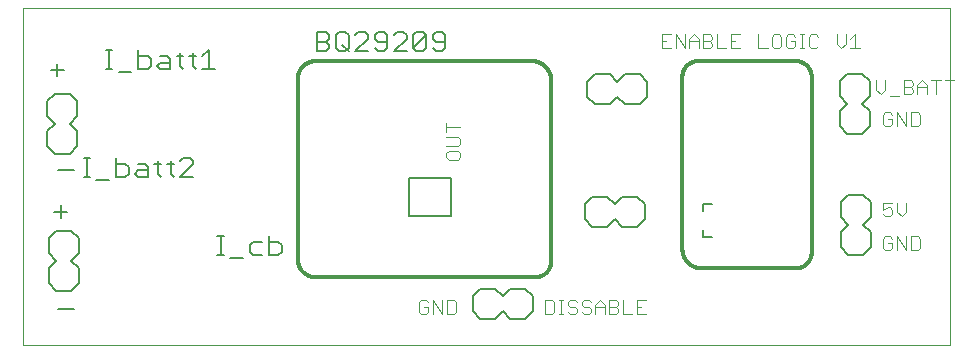
<source format=gto>
G75*
%MOIN*%
%OFA0B0*%
%FSLAX25Y25*%
%IPPOS*%
%LPD*%
%AMOC8*
5,1,8,0,0,1.08239X$1,22.5*
%
%ADD10C,0.01200*%
%ADD11C,0.00600*%
%ADD12C,0.00400*%
%ADD13C,0.00700*%
%ADD14C,0.00000*%
%ADD15C,0.00800*%
%ADD16C,0.00500*%
D10*
X0098335Y0035146D02*
X0098335Y0095383D01*
X0098337Y0095535D01*
X0098343Y0095687D01*
X0098353Y0095839D01*
X0098366Y0095990D01*
X0098384Y0096141D01*
X0098405Y0096292D01*
X0098431Y0096442D01*
X0098460Y0096591D01*
X0098493Y0096740D01*
X0098530Y0096887D01*
X0098570Y0097034D01*
X0098615Y0097179D01*
X0098663Y0097323D01*
X0098715Y0097466D01*
X0098770Y0097608D01*
X0098829Y0097748D01*
X0098892Y0097887D01*
X0098958Y0098024D01*
X0099028Y0098159D01*
X0099101Y0098292D01*
X0099178Y0098423D01*
X0099258Y0098553D01*
X0099341Y0098680D01*
X0099427Y0098805D01*
X0099517Y0098928D01*
X0099610Y0099048D01*
X0099706Y0099166D01*
X0099805Y0099282D01*
X0099907Y0099395D01*
X0100011Y0099505D01*
X0100119Y0099613D01*
X0100229Y0099717D01*
X0100342Y0099819D01*
X0100458Y0099918D01*
X0100576Y0100014D01*
X0100696Y0100107D01*
X0100819Y0100197D01*
X0100944Y0100283D01*
X0101071Y0100366D01*
X0101201Y0100446D01*
X0101332Y0100523D01*
X0101465Y0100596D01*
X0101600Y0100666D01*
X0101737Y0100732D01*
X0101876Y0100795D01*
X0102016Y0100854D01*
X0102158Y0100909D01*
X0102301Y0100961D01*
X0102445Y0101009D01*
X0102590Y0101054D01*
X0102737Y0101094D01*
X0102884Y0101131D01*
X0103033Y0101164D01*
X0103182Y0101193D01*
X0103332Y0101219D01*
X0103483Y0101240D01*
X0103634Y0101258D01*
X0103785Y0101271D01*
X0103937Y0101281D01*
X0104089Y0101287D01*
X0104241Y0101289D01*
X0104241Y0101288D02*
X0175698Y0101288D01*
X0176288Y0101288D02*
X0176447Y0101286D01*
X0176607Y0101280D01*
X0176766Y0101270D01*
X0176925Y0101257D01*
X0177083Y0101239D01*
X0177241Y0101218D01*
X0177399Y0101192D01*
X0177555Y0101163D01*
X0177711Y0101130D01*
X0177866Y0101093D01*
X0178021Y0101053D01*
X0178174Y0101008D01*
X0178326Y0100960D01*
X0178476Y0100908D01*
X0178626Y0100853D01*
X0178774Y0100794D01*
X0178920Y0100731D01*
X0179065Y0100664D01*
X0179209Y0100594D01*
X0179350Y0100521D01*
X0179490Y0100444D01*
X0179628Y0100364D01*
X0179763Y0100280D01*
X0179897Y0100193D01*
X0180028Y0100103D01*
X0180158Y0100010D01*
X0180285Y0099913D01*
X0180409Y0099813D01*
X0180531Y0099711D01*
X0180650Y0099605D01*
X0180767Y0099497D01*
X0180881Y0099385D01*
X0180993Y0099271D01*
X0181101Y0099154D01*
X0181207Y0099035D01*
X0181309Y0098913D01*
X0181409Y0098789D01*
X0181506Y0098662D01*
X0181599Y0098532D01*
X0181689Y0098401D01*
X0181776Y0098267D01*
X0181860Y0098132D01*
X0181940Y0097994D01*
X0182017Y0097854D01*
X0182090Y0097713D01*
X0182160Y0097569D01*
X0182227Y0097424D01*
X0182290Y0097278D01*
X0182349Y0097130D01*
X0182404Y0096980D01*
X0182456Y0096830D01*
X0182504Y0096678D01*
X0182549Y0096525D01*
X0182589Y0096370D01*
X0182626Y0096215D01*
X0182659Y0096059D01*
X0182688Y0095903D01*
X0182714Y0095745D01*
X0182735Y0095587D01*
X0182753Y0095429D01*
X0182766Y0095270D01*
X0182776Y0095111D01*
X0182782Y0094951D01*
X0182784Y0094792D01*
X0182784Y0034556D01*
X0182782Y0034412D01*
X0182776Y0034268D01*
X0182766Y0034125D01*
X0182753Y0033981D01*
X0182735Y0033838D01*
X0182714Y0033696D01*
X0182689Y0033554D01*
X0182660Y0033413D01*
X0182627Y0033273D01*
X0182590Y0033134D01*
X0182550Y0032996D01*
X0182506Y0032859D01*
X0182458Y0032723D01*
X0182407Y0032589D01*
X0182351Y0032456D01*
X0182293Y0032324D01*
X0182231Y0032194D01*
X0182165Y0032066D01*
X0182096Y0031940D01*
X0182023Y0031816D01*
X0181947Y0031694D01*
X0181868Y0031573D01*
X0181786Y0031455D01*
X0181700Y0031339D01*
X0181612Y0031226D01*
X0181520Y0031115D01*
X0181425Y0031007D01*
X0181328Y0030901D01*
X0181227Y0030798D01*
X0181124Y0030697D01*
X0181018Y0030600D01*
X0180910Y0030505D01*
X0180799Y0030413D01*
X0180686Y0030325D01*
X0180570Y0030239D01*
X0180452Y0030157D01*
X0180331Y0030078D01*
X0180209Y0030002D01*
X0180085Y0029929D01*
X0179959Y0029860D01*
X0179831Y0029794D01*
X0179701Y0029732D01*
X0179569Y0029674D01*
X0179436Y0029618D01*
X0179302Y0029567D01*
X0179166Y0029519D01*
X0179029Y0029475D01*
X0178891Y0029435D01*
X0178752Y0029398D01*
X0178612Y0029365D01*
X0178471Y0029336D01*
X0178329Y0029311D01*
X0178187Y0029290D01*
X0178044Y0029272D01*
X0177900Y0029259D01*
X0177757Y0029249D01*
X0177613Y0029243D01*
X0177469Y0029241D01*
X0104241Y0029241D01*
X0104241Y0029240D02*
X0104089Y0029242D01*
X0103937Y0029248D01*
X0103785Y0029258D01*
X0103634Y0029271D01*
X0103483Y0029289D01*
X0103332Y0029310D01*
X0103182Y0029336D01*
X0103033Y0029365D01*
X0102884Y0029398D01*
X0102737Y0029435D01*
X0102590Y0029475D01*
X0102445Y0029520D01*
X0102301Y0029568D01*
X0102158Y0029620D01*
X0102016Y0029675D01*
X0101876Y0029734D01*
X0101737Y0029797D01*
X0101600Y0029863D01*
X0101465Y0029933D01*
X0101332Y0030006D01*
X0101201Y0030083D01*
X0101071Y0030163D01*
X0100944Y0030246D01*
X0100819Y0030332D01*
X0100696Y0030422D01*
X0100576Y0030515D01*
X0100458Y0030611D01*
X0100342Y0030710D01*
X0100229Y0030812D01*
X0100119Y0030916D01*
X0100011Y0031024D01*
X0099907Y0031134D01*
X0099805Y0031247D01*
X0099706Y0031363D01*
X0099610Y0031481D01*
X0099517Y0031601D01*
X0099427Y0031724D01*
X0099341Y0031849D01*
X0099258Y0031976D01*
X0099178Y0032106D01*
X0099101Y0032237D01*
X0099028Y0032370D01*
X0098958Y0032505D01*
X0098892Y0032642D01*
X0098829Y0032781D01*
X0098770Y0032921D01*
X0098715Y0033063D01*
X0098663Y0033206D01*
X0098615Y0033350D01*
X0098570Y0033495D01*
X0098530Y0033642D01*
X0098493Y0033789D01*
X0098460Y0033938D01*
X0098431Y0034087D01*
X0098405Y0034237D01*
X0098384Y0034388D01*
X0098366Y0034539D01*
X0098353Y0034690D01*
X0098343Y0034842D01*
X0098337Y0034994D01*
X0098335Y0035146D01*
X0226485Y0038690D02*
X0226485Y0095973D01*
X0226487Y0096117D01*
X0226493Y0096261D01*
X0226503Y0096404D01*
X0226516Y0096548D01*
X0226534Y0096691D01*
X0226555Y0096833D01*
X0226580Y0096975D01*
X0226609Y0097116D01*
X0226642Y0097256D01*
X0226679Y0097395D01*
X0226719Y0097533D01*
X0226763Y0097670D01*
X0226811Y0097806D01*
X0226862Y0097940D01*
X0226918Y0098073D01*
X0226976Y0098205D01*
X0227038Y0098335D01*
X0227104Y0098463D01*
X0227173Y0098589D01*
X0227246Y0098713D01*
X0227322Y0098835D01*
X0227401Y0098956D01*
X0227483Y0099074D01*
X0227569Y0099190D01*
X0227657Y0099303D01*
X0227749Y0099414D01*
X0227844Y0099522D01*
X0227941Y0099628D01*
X0228042Y0099731D01*
X0228145Y0099832D01*
X0228251Y0099929D01*
X0228359Y0100024D01*
X0228470Y0100116D01*
X0228583Y0100204D01*
X0228699Y0100290D01*
X0228817Y0100372D01*
X0228938Y0100451D01*
X0229060Y0100527D01*
X0229184Y0100600D01*
X0229310Y0100669D01*
X0229438Y0100735D01*
X0229568Y0100797D01*
X0229700Y0100855D01*
X0229833Y0100911D01*
X0229967Y0100962D01*
X0230103Y0101010D01*
X0230240Y0101054D01*
X0230378Y0101094D01*
X0230517Y0101131D01*
X0230657Y0101164D01*
X0230798Y0101193D01*
X0230940Y0101218D01*
X0231082Y0101239D01*
X0231225Y0101257D01*
X0231369Y0101270D01*
X0231512Y0101280D01*
X0231656Y0101286D01*
X0231800Y0101288D01*
X0264280Y0101288D01*
X0264424Y0101286D01*
X0264568Y0101280D01*
X0264711Y0101270D01*
X0264855Y0101257D01*
X0264998Y0101239D01*
X0265140Y0101218D01*
X0265282Y0101193D01*
X0265423Y0101164D01*
X0265563Y0101131D01*
X0265702Y0101094D01*
X0265840Y0101054D01*
X0265977Y0101010D01*
X0266113Y0100962D01*
X0266247Y0100911D01*
X0266380Y0100855D01*
X0266512Y0100797D01*
X0266642Y0100735D01*
X0266770Y0100669D01*
X0266896Y0100600D01*
X0267020Y0100527D01*
X0267142Y0100451D01*
X0267263Y0100372D01*
X0267381Y0100290D01*
X0267497Y0100204D01*
X0267610Y0100116D01*
X0267721Y0100024D01*
X0267829Y0099929D01*
X0267935Y0099832D01*
X0268038Y0099731D01*
X0268139Y0099628D01*
X0268236Y0099522D01*
X0268331Y0099414D01*
X0268423Y0099303D01*
X0268511Y0099190D01*
X0268597Y0099074D01*
X0268679Y0098956D01*
X0268758Y0098835D01*
X0268834Y0098713D01*
X0268907Y0098589D01*
X0268976Y0098463D01*
X0269042Y0098335D01*
X0269104Y0098205D01*
X0269162Y0098073D01*
X0269218Y0097940D01*
X0269269Y0097806D01*
X0269317Y0097670D01*
X0269361Y0097533D01*
X0269401Y0097395D01*
X0269438Y0097256D01*
X0269471Y0097116D01*
X0269500Y0096975D01*
X0269525Y0096833D01*
X0269546Y0096691D01*
X0269564Y0096548D01*
X0269577Y0096404D01*
X0269587Y0096261D01*
X0269593Y0096117D01*
X0269595Y0095973D01*
X0269595Y0037509D01*
X0269593Y0037365D01*
X0269587Y0037221D01*
X0269577Y0037078D01*
X0269564Y0036934D01*
X0269546Y0036791D01*
X0269525Y0036649D01*
X0269500Y0036507D01*
X0269471Y0036366D01*
X0269438Y0036226D01*
X0269401Y0036087D01*
X0269361Y0035949D01*
X0269317Y0035812D01*
X0269269Y0035676D01*
X0269218Y0035542D01*
X0269162Y0035409D01*
X0269104Y0035277D01*
X0269042Y0035147D01*
X0268976Y0035019D01*
X0268907Y0034893D01*
X0268834Y0034769D01*
X0268758Y0034647D01*
X0268679Y0034526D01*
X0268597Y0034408D01*
X0268511Y0034292D01*
X0268423Y0034179D01*
X0268331Y0034068D01*
X0268236Y0033960D01*
X0268139Y0033854D01*
X0268038Y0033751D01*
X0267935Y0033650D01*
X0267829Y0033553D01*
X0267721Y0033458D01*
X0267610Y0033366D01*
X0267497Y0033278D01*
X0267381Y0033192D01*
X0267263Y0033110D01*
X0267142Y0033031D01*
X0267020Y0032955D01*
X0266896Y0032882D01*
X0266770Y0032813D01*
X0266642Y0032747D01*
X0266512Y0032685D01*
X0266380Y0032627D01*
X0266247Y0032571D01*
X0266113Y0032520D01*
X0265977Y0032472D01*
X0265840Y0032428D01*
X0265702Y0032388D01*
X0265563Y0032351D01*
X0265423Y0032318D01*
X0265282Y0032289D01*
X0265140Y0032264D01*
X0264998Y0032243D01*
X0264855Y0032225D01*
X0264711Y0032212D01*
X0264568Y0032202D01*
X0264424Y0032196D01*
X0264280Y0032194D01*
X0232981Y0032194D01*
X0232822Y0032196D01*
X0232662Y0032202D01*
X0232503Y0032212D01*
X0232344Y0032225D01*
X0232186Y0032243D01*
X0232028Y0032264D01*
X0231870Y0032290D01*
X0231714Y0032319D01*
X0231558Y0032352D01*
X0231403Y0032389D01*
X0231248Y0032429D01*
X0231095Y0032474D01*
X0230943Y0032522D01*
X0230793Y0032574D01*
X0230643Y0032629D01*
X0230495Y0032688D01*
X0230349Y0032751D01*
X0230204Y0032818D01*
X0230060Y0032888D01*
X0229919Y0032961D01*
X0229779Y0033038D01*
X0229641Y0033118D01*
X0229506Y0033202D01*
X0229372Y0033289D01*
X0229241Y0033379D01*
X0229111Y0033472D01*
X0228984Y0033569D01*
X0228860Y0033669D01*
X0228738Y0033771D01*
X0228619Y0033877D01*
X0228502Y0033985D01*
X0228388Y0034097D01*
X0228276Y0034211D01*
X0228168Y0034328D01*
X0228062Y0034447D01*
X0227960Y0034569D01*
X0227860Y0034693D01*
X0227763Y0034820D01*
X0227670Y0034950D01*
X0227580Y0035081D01*
X0227493Y0035215D01*
X0227409Y0035350D01*
X0227329Y0035488D01*
X0227252Y0035628D01*
X0227179Y0035769D01*
X0227109Y0035913D01*
X0227042Y0036058D01*
X0226979Y0036204D01*
X0226920Y0036352D01*
X0226865Y0036502D01*
X0226813Y0036652D01*
X0226765Y0036804D01*
X0226720Y0036957D01*
X0226680Y0037112D01*
X0226643Y0037267D01*
X0226610Y0037423D01*
X0226581Y0037579D01*
X0226555Y0037737D01*
X0226534Y0037895D01*
X0226516Y0038053D01*
X0226503Y0038212D01*
X0226493Y0038371D01*
X0226487Y0038531D01*
X0226485Y0038690D01*
D11*
X0147484Y0105609D02*
X0146417Y0104541D01*
X0144281Y0104541D01*
X0143214Y0105609D01*
X0141039Y0105609D02*
X0139971Y0104541D01*
X0137836Y0104541D01*
X0136768Y0105609D01*
X0141039Y0109879D01*
X0141039Y0105609D01*
X0143214Y0108811D02*
X0144281Y0107744D01*
X0147484Y0107744D01*
X0147484Y0105609D02*
X0147484Y0109879D01*
X0146417Y0110946D01*
X0144281Y0110946D01*
X0143214Y0109879D01*
X0143214Y0108811D01*
X0141039Y0109879D02*
X0139971Y0110946D01*
X0137836Y0110946D01*
X0136768Y0109879D01*
X0136768Y0105609D01*
X0134593Y0104541D02*
X0130323Y0104541D01*
X0134593Y0108811D01*
X0134593Y0109879D01*
X0133526Y0110946D01*
X0131391Y0110946D01*
X0130323Y0109879D01*
X0128148Y0109879D02*
X0127080Y0110946D01*
X0124945Y0110946D01*
X0123877Y0109879D01*
X0123877Y0108811D01*
X0124945Y0107744D01*
X0128148Y0107744D01*
X0128148Y0105609D02*
X0128148Y0109879D01*
X0128148Y0105609D02*
X0127080Y0104541D01*
X0124945Y0104541D01*
X0123877Y0105609D01*
X0121702Y0104541D02*
X0117432Y0104541D01*
X0121702Y0108811D01*
X0121702Y0109879D01*
X0120635Y0110946D01*
X0118500Y0110946D01*
X0117432Y0109879D01*
X0115257Y0109879D02*
X0115257Y0105609D01*
X0114189Y0104541D01*
X0112054Y0104541D01*
X0110986Y0105609D01*
X0110986Y0109879D01*
X0112054Y0110946D01*
X0114189Y0110946D01*
X0115257Y0109879D01*
X0113122Y0106676D02*
X0115257Y0104541D01*
X0108811Y0105609D02*
X0107744Y0104541D01*
X0104541Y0104541D01*
X0104541Y0110946D01*
X0107744Y0110946D01*
X0108811Y0109879D01*
X0108811Y0108811D01*
X0107744Y0107744D01*
X0104541Y0107744D01*
X0107744Y0107744D02*
X0108811Y0106676D01*
X0108811Y0105609D01*
X0070763Y0098635D02*
X0066493Y0098635D01*
X0068628Y0098635D02*
X0068628Y0105041D01*
X0066493Y0102906D01*
X0064331Y0102906D02*
X0062196Y0102906D01*
X0063263Y0103973D02*
X0063263Y0099703D01*
X0064331Y0098635D01*
X0060034Y0098635D02*
X0058966Y0099703D01*
X0058966Y0103973D01*
X0057899Y0102906D02*
X0060034Y0102906D01*
X0055724Y0101838D02*
X0055724Y0098635D01*
X0052521Y0098635D01*
X0051453Y0099703D01*
X0052521Y0100771D01*
X0055724Y0100771D01*
X0055724Y0101838D02*
X0054656Y0102906D01*
X0052521Y0102906D01*
X0049278Y0101838D02*
X0048211Y0102906D01*
X0045008Y0102906D01*
X0045008Y0105041D02*
X0045008Y0098635D01*
X0048211Y0098635D01*
X0049278Y0099703D01*
X0049278Y0101838D01*
X0042833Y0097568D02*
X0038562Y0097568D01*
X0036401Y0098635D02*
X0034265Y0098635D01*
X0035333Y0098635D02*
X0035333Y0105041D01*
X0034265Y0105041D02*
X0036401Y0105041D01*
X0020229Y0098295D02*
X0015958Y0098295D01*
X0018093Y0100430D02*
X0018093Y0096160D01*
X0026892Y0069104D02*
X0029027Y0069104D01*
X0027959Y0069104D02*
X0027959Y0062698D01*
X0026892Y0062698D02*
X0029027Y0062698D01*
X0031189Y0061631D02*
X0035459Y0061631D01*
X0037634Y0062698D02*
X0040837Y0062698D01*
X0041904Y0063766D01*
X0041904Y0065901D01*
X0040837Y0066969D01*
X0037634Y0066969D01*
X0037634Y0069104D02*
X0037634Y0062698D01*
X0044080Y0063766D02*
X0045147Y0064834D01*
X0048350Y0064834D01*
X0048350Y0065901D02*
X0047282Y0066969D01*
X0045147Y0066969D01*
X0048350Y0065901D02*
X0048350Y0062698D01*
X0045147Y0062698D01*
X0044080Y0063766D01*
X0050525Y0066969D02*
X0052660Y0066969D01*
X0051593Y0068036D02*
X0051593Y0063766D01*
X0052660Y0062698D01*
X0055890Y0063766D02*
X0056957Y0062698D01*
X0055890Y0063766D02*
X0055890Y0068036D01*
X0056957Y0066969D02*
X0054822Y0066969D01*
X0059119Y0068036D02*
X0060187Y0069104D01*
X0062322Y0069104D01*
X0063389Y0068036D01*
X0063389Y0066969D01*
X0059119Y0062698D01*
X0063389Y0062698D01*
X0071470Y0043033D02*
X0073605Y0043033D01*
X0072538Y0043033D02*
X0072538Y0036628D01*
X0073605Y0036628D02*
X0071470Y0036628D01*
X0075767Y0035560D02*
X0080037Y0035560D01*
X0082213Y0037695D02*
X0083280Y0036628D01*
X0086483Y0036628D01*
X0088658Y0036628D02*
X0091861Y0036628D01*
X0092928Y0037695D01*
X0092928Y0039830D01*
X0091861Y0040898D01*
X0088658Y0040898D01*
X0088658Y0043033D02*
X0088658Y0036628D01*
X0086483Y0040898D02*
X0083280Y0040898D01*
X0082213Y0039830D01*
X0082213Y0037695D01*
X0021410Y0051051D02*
X0017139Y0051051D01*
X0019275Y0053186D02*
X0019275Y0048916D01*
D12*
X0138693Y0020876D02*
X0138693Y0017807D01*
X0139460Y0017039D01*
X0140995Y0017039D01*
X0141762Y0017807D01*
X0141762Y0019341D01*
X0140228Y0019341D01*
X0141762Y0020876D02*
X0140995Y0021643D01*
X0139460Y0021643D01*
X0138693Y0020876D01*
X0143297Y0021643D02*
X0146366Y0017039D01*
X0146366Y0021643D01*
X0147901Y0021643D02*
X0150203Y0021643D01*
X0150970Y0020876D01*
X0150970Y0017807D01*
X0150203Y0017039D01*
X0147901Y0017039D01*
X0147901Y0021643D01*
X0143297Y0021643D02*
X0143297Y0017039D01*
X0180622Y0017039D02*
X0182924Y0017039D01*
X0183691Y0017807D01*
X0183691Y0020876D01*
X0182924Y0021643D01*
X0180622Y0021643D01*
X0180622Y0017039D01*
X0185226Y0017039D02*
X0186761Y0017039D01*
X0185993Y0017039D02*
X0185993Y0021643D01*
X0185226Y0021643D02*
X0186761Y0021643D01*
X0188295Y0020876D02*
X0188295Y0020109D01*
X0189063Y0019341D01*
X0190597Y0019341D01*
X0191365Y0018574D01*
X0191365Y0017807D01*
X0190597Y0017039D01*
X0189063Y0017039D01*
X0188295Y0017807D01*
X0188295Y0020876D02*
X0189063Y0021643D01*
X0190597Y0021643D01*
X0191365Y0020876D01*
X0192899Y0020876D02*
X0192899Y0020109D01*
X0193666Y0019341D01*
X0195201Y0019341D01*
X0195968Y0018574D01*
X0195968Y0017807D01*
X0195201Y0017039D01*
X0193666Y0017039D01*
X0192899Y0017807D01*
X0192899Y0020876D02*
X0193666Y0021643D01*
X0195201Y0021643D01*
X0195968Y0020876D01*
X0197503Y0020109D02*
X0199038Y0021643D01*
X0200572Y0020109D01*
X0200572Y0017039D01*
X0202107Y0017039D02*
X0204409Y0017039D01*
X0205176Y0017807D01*
X0205176Y0018574D01*
X0204409Y0019341D01*
X0202107Y0019341D01*
X0200572Y0019341D02*
X0197503Y0019341D01*
X0197503Y0020109D02*
X0197503Y0017039D01*
X0202107Y0017039D02*
X0202107Y0021643D01*
X0204409Y0021643D01*
X0205176Y0020876D01*
X0205176Y0020109D01*
X0204409Y0019341D01*
X0206711Y0017039D02*
X0209780Y0017039D01*
X0211315Y0017039D02*
X0214384Y0017039D01*
X0212850Y0019341D02*
X0211315Y0019341D01*
X0211315Y0021643D02*
X0211315Y0017039D01*
X0206711Y0017039D02*
X0206711Y0021643D01*
X0211315Y0021643D02*
X0214384Y0021643D01*
X0152466Y0069185D02*
X0152466Y0070719D01*
X0151699Y0071487D01*
X0148630Y0071487D01*
X0147862Y0070719D01*
X0147862Y0069185D01*
X0148630Y0068417D01*
X0151699Y0068417D01*
X0152466Y0069185D01*
X0151699Y0073021D02*
X0147862Y0073021D01*
X0147862Y0076091D02*
X0151699Y0076091D01*
X0152466Y0075323D01*
X0152466Y0073789D01*
X0151699Y0073021D01*
X0147862Y0077625D02*
X0147862Y0080694D01*
X0147862Y0079160D02*
X0152466Y0079160D01*
X0219598Y0105622D02*
X0222668Y0105622D01*
X0224202Y0105622D02*
X0224202Y0110226D01*
X0227272Y0105622D01*
X0227272Y0110226D01*
X0228806Y0108691D02*
X0230341Y0110226D01*
X0231876Y0108691D01*
X0231876Y0105622D01*
X0233410Y0105622D02*
X0235712Y0105622D01*
X0236479Y0106389D01*
X0236479Y0107157D01*
X0235712Y0107924D01*
X0233410Y0107924D01*
X0231876Y0107924D02*
X0228806Y0107924D01*
X0228806Y0108691D02*
X0228806Y0105622D01*
X0233410Y0105622D02*
X0233410Y0110226D01*
X0235712Y0110226D01*
X0236479Y0109459D01*
X0236479Y0108691D01*
X0235712Y0107924D01*
X0238014Y0105622D02*
X0241083Y0105622D01*
X0242618Y0105622D02*
X0245687Y0105622D01*
X0244153Y0107924D02*
X0242618Y0107924D01*
X0242618Y0110226D02*
X0242618Y0105622D01*
X0238014Y0105622D02*
X0238014Y0110226D01*
X0242618Y0110226D02*
X0245687Y0110226D01*
X0251826Y0110226D02*
X0251826Y0105622D01*
X0254895Y0105622D01*
X0256430Y0106389D02*
X0257197Y0105622D01*
X0258732Y0105622D01*
X0259499Y0106389D01*
X0259499Y0109459D01*
X0258732Y0110226D01*
X0257197Y0110226D01*
X0256430Y0109459D01*
X0256430Y0106389D01*
X0261034Y0106389D02*
X0261034Y0109459D01*
X0261801Y0110226D01*
X0263336Y0110226D01*
X0264103Y0109459D01*
X0264103Y0107924D02*
X0262568Y0107924D01*
X0264103Y0107924D02*
X0264103Y0106389D01*
X0263336Y0105622D01*
X0261801Y0105622D01*
X0261034Y0106389D01*
X0265638Y0105622D02*
X0267172Y0105622D01*
X0266405Y0105622D02*
X0266405Y0110226D01*
X0265638Y0110226D02*
X0267172Y0110226D01*
X0268707Y0109459D02*
X0268707Y0106389D01*
X0269474Y0105622D01*
X0271009Y0105622D01*
X0271776Y0106389D01*
X0271776Y0109459D02*
X0271009Y0110226D01*
X0269474Y0110226D01*
X0268707Y0109459D01*
X0277915Y0110226D02*
X0277915Y0107157D01*
X0279449Y0105622D01*
X0280984Y0107157D01*
X0280984Y0110226D01*
X0282519Y0108691D02*
X0284053Y0110226D01*
X0284053Y0105622D01*
X0282519Y0105622D02*
X0285588Y0105622D01*
X0291055Y0094872D02*
X0291055Y0091802D01*
X0292590Y0090268D01*
X0294124Y0091802D01*
X0294124Y0094872D01*
X0300263Y0094872D02*
X0300263Y0090268D01*
X0302565Y0090268D01*
X0303332Y0091035D01*
X0303332Y0091802D01*
X0302565Y0092570D01*
X0300263Y0092570D01*
X0300263Y0094872D02*
X0302565Y0094872D01*
X0303332Y0094104D01*
X0303332Y0093337D01*
X0302565Y0092570D01*
X0304867Y0092570D02*
X0307936Y0092570D01*
X0307936Y0093337D02*
X0307936Y0090268D01*
X0307936Y0093337D02*
X0306402Y0094872D01*
X0304867Y0093337D01*
X0304867Y0090268D01*
X0298728Y0089500D02*
X0295659Y0089500D01*
X0295719Y0084242D02*
X0294185Y0084242D01*
X0293417Y0083474D01*
X0293417Y0080405D01*
X0294185Y0079638D01*
X0295719Y0079638D01*
X0296487Y0080405D01*
X0296487Y0081940D01*
X0294952Y0081940D01*
X0296487Y0083474D02*
X0295719Y0084242D01*
X0298021Y0084242D02*
X0301091Y0079638D01*
X0301091Y0084242D01*
X0302625Y0084242D02*
X0304927Y0084242D01*
X0305694Y0083474D01*
X0305694Y0080405D01*
X0304927Y0079638D01*
X0302625Y0079638D01*
X0302625Y0084242D01*
X0298021Y0084242D02*
X0298021Y0079638D01*
X0311005Y0090268D02*
X0311005Y0094872D01*
X0309471Y0094872D02*
X0312540Y0094872D01*
X0314075Y0094872D02*
X0317144Y0094872D01*
X0315609Y0094872D02*
X0315609Y0090268D01*
X0301091Y0054124D02*
X0301091Y0051054D01*
X0299556Y0049520D01*
X0298021Y0051054D01*
X0298021Y0054124D01*
X0296487Y0054124D02*
X0293417Y0054124D01*
X0293417Y0051822D01*
X0294952Y0052589D01*
X0295719Y0052589D01*
X0296487Y0051822D01*
X0296487Y0050287D01*
X0295719Y0049520D01*
X0294185Y0049520D01*
X0293417Y0050287D01*
X0294185Y0042903D02*
X0293417Y0042136D01*
X0293417Y0039067D01*
X0294185Y0038299D01*
X0295719Y0038299D01*
X0296487Y0039067D01*
X0296487Y0040601D01*
X0294952Y0040601D01*
X0296487Y0042136D02*
X0295719Y0042903D01*
X0294185Y0042903D01*
X0298021Y0042903D02*
X0301091Y0038299D01*
X0301091Y0042903D01*
X0302625Y0042903D02*
X0304927Y0042903D01*
X0305694Y0042136D01*
X0305694Y0039067D01*
X0304927Y0038299D01*
X0302625Y0038299D01*
X0302625Y0042903D01*
X0298021Y0042903D02*
X0298021Y0038299D01*
X0219598Y0105622D02*
X0219598Y0110226D01*
X0222668Y0110226D01*
X0221133Y0107924D02*
X0219598Y0107924D01*
D13*
X0023642Y0064844D02*
X0018370Y0064844D01*
X0018370Y0018781D02*
X0023642Y0018781D01*
D14*
X0006800Y0006800D02*
X0006800Y0119005D01*
X0315855Y0119005D01*
X0315855Y0006800D01*
X0006800Y0006800D01*
D15*
X0017804Y0024713D02*
X0015304Y0027213D01*
X0015304Y0032213D01*
X0017804Y0034713D01*
X0015304Y0037213D01*
X0015304Y0042213D01*
X0017804Y0044713D01*
X0022804Y0044713D01*
X0025304Y0042213D01*
X0025304Y0037213D01*
X0022804Y0034713D01*
X0025304Y0032213D01*
X0025304Y0027213D01*
X0022804Y0024713D01*
X0017804Y0024713D01*
X0017213Y0070422D02*
X0014713Y0072922D01*
X0014713Y0077922D01*
X0017213Y0080422D01*
X0014713Y0082922D01*
X0014713Y0087922D01*
X0017213Y0090422D01*
X0022213Y0090422D01*
X0024713Y0087922D01*
X0024713Y0082922D01*
X0022213Y0080422D01*
X0024713Y0077922D01*
X0024713Y0072922D01*
X0022213Y0070422D01*
X0017213Y0070422D01*
X0156643Y0022883D02*
X0156643Y0017883D01*
X0159143Y0015383D01*
X0164143Y0015383D01*
X0166643Y0017883D01*
X0169143Y0015383D01*
X0174143Y0015383D01*
X0176643Y0017883D01*
X0176643Y0022883D01*
X0174143Y0025383D01*
X0169143Y0025383D01*
X0166643Y0022883D01*
X0164143Y0025383D01*
X0159143Y0025383D01*
X0156643Y0022883D01*
X0194005Y0048513D02*
X0196505Y0046013D01*
X0201505Y0046013D01*
X0204005Y0048513D01*
X0206505Y0046013D01*
X0211505Y0046013D01*
X0214005Y0048513D01*
X0214005Y0053513D01*
X0211505Y0056013D01*
X0206505Y0056013D01*
X0204005Y0053513D01*
X0201505Y0056013D01*
X0196505Y0056013D01*
X0194005Y0053513D01*
X0194005Y0048513D01*
X0233296Y0051446D02*
X0233296Y0053808D01*
X0236446Y0053808D01*
X0233296Y0045146D02*
X0233296Y0042784D01*
X0236446Y0042784D01*
X0279320Y0044300D02*
X0279320Y0039300D01*
X0281820Y0036800D01*
X0286820Y0036800D01*
X0289320Y0039300D01*
X0289320Y0044300D01*
X0286820Y0046800D01*
X0289320Y0049300D01*
X0289320Y0054300D01*
X0286820Y0056800D01*
X0281820Y0056800D01*
X0279320Y0054300D01*
X0279320Y0049300D01*
X0281820Y0046800D01*
X0279320Y0044300D01*
X0281387Y0077154D02*
X0286387Y0077154D01*
X0288887Y0079654D01*
X0288887Y0084654D01*
X0286387Y0087154D01*
X0288887Y0089654D01*
X0288887Y0094654D01*
X0286387Y0097154D01*
X0281387Y0097154D01*
X0278887Y0094654D01*
X0278887Y0089654D01*
X0281387Y0087154D01*
X0278887Y0084654D01*
X0278887Y0079654D01*
X0281387Y0077154D01*
X0214792Y0089457D02*
X0212292Y0086957D01*
X0207292Y0086957D01*
X0204792Y0089457D01*
X0202292Y0086957D01*
X0197292Y0086957D01*
X0194792Y0089457D01*
X0194792Y0094457D01*
X0197292Y0096957D01*
X0202292Y0096957D01*
X0204792Y0094457D01*
X0207292Y0096957D01*
X0212292Y0096957D01*
X0214792Y0094457D01*
X0214792Y0089457D01*
D16*
X0149202Y0062272D02*
X0149202Y0049674D01*
X0135422Y0049674D01*
X0135422Y0062272D01*
X0149202Y0062272D01*
M02*

</source>
